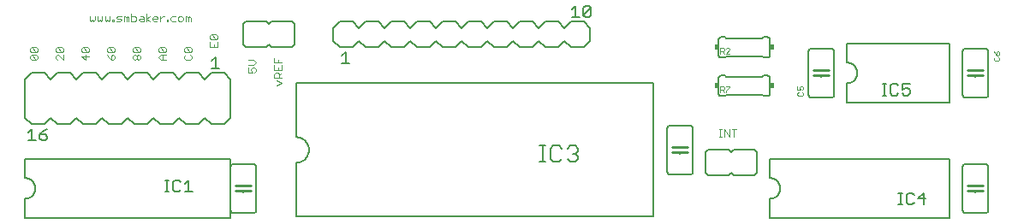
<source format=gto>
G75*
%MOIN*%
%OFA0B0*%
%FSLAX24Y24*%
%IPPOS*%
%LPD*%
%AMOC8*
5,1,8,0,0,1.08239X$1,22.5*
%
%ADD10C,0.0030*%
%ADD11C,0.0060*%
%ADD12C,0.0050*%
%ADD13C,0.0100*%
%ADD14C,0.0070*%
%ADD15R,0.0150X0.0200*%
%ADD16C,0.0020*%
D10*
X027615Y006115D02*
X027712Y006115D01*
X027663Y006115D02*
X027663Y006405D01*
X027615Y006405D02*
X027712Y006405D01*
X027811Y006405D02*
X028005Y006115D01*
X028005Y006405D01*
X028106Y006405D02*
X028300Y006405D01*
X028203Y006405D02*
X028203Y006115D01*
X027811Y006115D02*
X027811Y006405D01*
X010585Y008212D02*
X010392Y008308D01*
X010488Y008410D02*
X010488Y008555D01*
X010440Y008603D01*
X010343Y008603D01*
X010295Y008555D01*
X010295Y008410D01*
X010585Y008410D01*
X010488Y008506D02*
X010585Y008603D01*
X010585Y008704D02*
X010295Y008704D01*
X010295Y008898D01*
X010295Y008999D02*
X010295Y009192D01*
X010440Y009096D02*
X010440Y008999D01*
X010585Y008999D02*
X010295Y008999D01*
X010585Y008898D02*
X010585Y008704D01*
X010440Y008704D02*
X010440Y008801D01*
X009585Y008760D02*
X009585Y008663D01*
X009537Y008615D01*
X009440Y008615D02*
X009392Y008712D01*
X009392Y008760D01*
X009440Y008808D01*
X009537Y008808D01*
X009585Y008760D01*
X009488Y008910D02*
X009295Y008910D01*
X009295Y008808D02*
X009295Y008615D01*
X009440Y008615D01*
X009488Y008910D02*
X009585Y009006D01*
X009488Y009103D01*
X009295Y009103D01*
X008085Y009615D02*
X008085Y009808D01*
X008037Y009910D02*
X007843Y010103D01*
X008037Y010103D01*
X008085Y010055D01*
X008085Y009958D01*
X008037Y009910D01*
X007843Y009910D01*
X007795Y009958D01*
X007795Y010055D01*
X007843Y010103D01*
X007795Y009808D02*
X007795Y009615D01*
X008085Y009615D01*
X007940Y009615D02*
X007940Y009712D01*
X007085Y009555D02*
X007085Y009458D01*
X007037Y009410D01*
X006843Y009603D01*
X007037Y009603D01*
X007085Y009555D01*
X007037Y009410D02*
X006843Y009410D01*
X006795Y009458D01*
X006795Y009555D01*
X006843Y009603D01*
X006085Y009555D02*
X006085Y009458D01*
X006037Y009410D01*
X005843Y009603D01*
X006037Y009603D01*
X006085Y009555D01*
X006037Y009410D02*
X005843Y009410D01*
X005795Y009458D01*
X005795Y009555D01*
X005843Y009603D01*
X005085Y009555D02*
X005085Y009458D01*
X005037Y009410D01*
X004843Y009603D01*
X005037Y009603D01*
X005085Y009555D01*
X005037Y009410D02*
X004843Y009410D01*
X004795Y009458D01*
X004795Y009555D01*
X004843Y009603D01*
X004085Y009555D02*
X004085Y009458D01*
X004037Y009410D01*
X003843Y009603D01*
X004037Y009603D01*
X004085Y009555D01*
X004037Y009410D02*
X003843Y009410D01*
X003795Y009458D01*
X003795Y009555D01*
X003843Y009603D01*
X003085Y009555D02*
X003085Y009458D01*
X003037Y009410D01*
X002843Y009603D01*
X003037Y009603D01*
X003085Y009555D01*
X003037Y009410D02*
X002843Y009410D01*
X002795Y009458D01*
X002795Y009555D01*
X002843Y009603D01*
X002085Y009555D02*
X002085Y009458D01*
X002037Y009410D01*
X001843Y009603D01*
X002037Y009603D01*
X002085Y009555D01*
X002037Y009410D02*
X001843Y009410D01*
X001795Y009458D01*
X001795Y009555D01*
X001843Y009603D01*
X001085Y009555D02*
X001085Y009458D01*
X001037Y009410D01*
X000843Y009603D01*
X001037Y009603D01*
X001085Y009555D01*
X001037Y009410D02*
X000843Y009410D01*
X000795Y009458D01*
X000795Y009555D01*
X000843Y009603D01*
X000843Y009308D02*
X000795Y009260D01*
X000795Y009163D01*
X000843Y009115D01*
X001037Y009115D01*
X000843Y009308D01*
X001037Y009308D01*
X001085Y009260D01*
X001085Y009163D01*
X001037Y009115D01*
X001795Y009163D02*
X001843Y009115D01*
X001795Y009163D02*
X001795Y009260D01*
X001843Y009308D01*
X001892Y009308D01*
X002085Y009115D01*
X002085Y009308D01*
X002795Y009260D02*
X002940Y009115D01*
X002940Y009308D01*
X003085Y009260D02*
X002795Y009260D01*
X003795Y009308D02*
X003843Y009212D01*
X003940Y009115D01*
X003940Y009260D01*
X003988Y009308D01*
X004037Y009308D01*
X004085Y009260D01*
X004085Y009163D01*
X004037Y009115D01*
X003940Y009115D01*
X004795Y009163D02*
X004795Y009260D01*
X004843Y009308D01*
X004892Y009308D01*
X004940Y009260D01*
X004940Y009163D01*
X004892Y009115D01*
X004843Y009115D01*
X004795Y009163D01*
X004940Y009163D02*
X004988Y009115D01*
X005037Y009115D01*
X005085Y009163D01*
X005085Y009260D01*
X005037Y009308D01*
X004988Y009308D01*
X004940Y009260D01*
X005795Y009212D02*
X005892Y009308D01*
X006085Y009308D01*
X005940Y009308D02*
X005940Y009115D01*
X005892Y009115D02*
X005795Y009212D01*
X005892Y009115D02*
X006085Y009115D01*
X006795Y009163D02*
X006843Y009115D01*
X007037Y009115D01*
X007085Y009163D01*
X007085Y009260D01*
X007037Y009308D01*
X006843Y009308D02*
X006795Y009260D01*
X006795Y009163D01*
X010392Y008115D02*
X010585Y008212D01*
X007041Y010615D02*
X007041Y010760D01*
X006992Y010808D01*
X006944Y010760D01*
X006944Y010615D01*
X006847Y010615D02*
X006847Y010808D01*
X006896Y010808D01*
X006944Y010760D01*
X006746Y010760D02*
X006746Y010663D01*
X006698Y010615D01*
X006601Y010615D01*
X006553Y010663D01*
X006553Y010760D01*
X006601Y010808D01*
X006698Y010808D01*
X006746Y010760D01*
X006451Y010808D02*
X006306Y010808D01*
X006258Y010760D01*
X006258Y010663D01*
X006306Y010615D01*
X006451Y010615D01*
X006159Y010615D02*
X006111Y010615D01*
X006111Y010663D01*
X006159Y010663D01*
X006159Y010615D01*
X006010Y010808D02*
X005962Y010808D01*
X005865Y010712D01*
X005865Y010808D02*
X005865Y010615D01*
X005764Y010712D02*
X005570Y010712D01*
X005570Y010760D02*
X005619Y010808D01*
X005716Y010808D01*
X005764Y010760D01*
X005764Y010712D01*
X005716Y010615D02*
X005619Y010615D01*
X005570Y010663D01*
X005570Y010760D01*
X005470Y010808D02*
X005325Y010712D01*
X005470Y010615D01*
X005325Y010615D02*
X005325Y010905D01*
X005224Y010760D02*
X005224Y010615D01*
X005079Y010615D01*
X005030Y010663D01*
X005079Y010712D01*
X005224Y010712D01*
X005224Y010760D02*
X005175Y010808D01*
X005079Y010808D01*
X004929Y010760D02*
X004881Y010808D01*
X004736Y010808D01*
X004736Y010905D02*
X004736Y010615D01*
X004881Y010615D01*
X004929Y010663D01*
X004929Y010760D01*
X004634Y010760D02*
X004634Y010615D01*
X004538Y010615D02*
X004538Y010760D01*
X004586Y010808D01*
X004634Y010760D01*
X004538Y010760D02*
X004489Y010808D01*
X004441Y010808D01*
X004441Y010615D01*
X004340Y010663D02*
X004291Y010712D01*
X004195Y010712D01*
X004146Y010760D01*
X004195Y010808D01*
X004340Y010808D01*
X004340Y010663D02*
X004291Y010615D01*
X004146Y010615D01*
X004047Y010615D02*
X003999Y010615D01*
X003999Y010663D01*
X004047Y010663D01*
X004047Y010615D01*
X003898Y010663D02*
X003898Y010808D01*
X003898Y010663D02*
X003849Y010615D01*
X003801Y010663D01*
X003753Y010615D01*
X003704Y010663D01*
X003704Y010808D01*
X003603Y010808D02*
X003603Y010663D01*
X003555Y010615D01*
X003506Y010663D01*
X003458Y010615D01*
X003410Y010663D01*
X003410Y010808D01*
X003308Y010808D02*
X003308Y010663D01*
X003260Y010615D01*
X003212Y010663D01*
X003163Y010615D01*
X003115Y010663D01*
X003115Y010808D01*
D11*
X000600Y003700D02*
X000600Y002950D01*
X008600Y002950D01*
X008600Y005250D01*
X000600Y005250D01*
X000600Y004500D01*
X000639Y004498D01*
X000678Y004492D01*
X000716Y004483D01*
X000753Y004470D01*
X000789Y004453D01*
X000822Y004433D01*
X000854Y004409D01*
X000883Y004383D01*
X000909Y004354D01*
X000933Y004322D01*
X000953Y004289D01*
X000970Y004253D01*
X000983Y004216D01*
X000992Y004178D01*
X000998Y004139D01*
X001000Y004100D01*
X000998Y004061D01*
X000992Y004022D01*
X000983Y003984D01*
X000970Y003947D01*
X000953Y003911D01*
X000933Y003878D01*
X000909Y003846D01*
X000883Y003817D01*
X000854Y003791D01*
X000822Y003767D01*
X000789Y003747D01*
X000753Y003730D01*
X000716Y003717D01*
X000678Y003708D01*
X000639Y003702D01*
X000600Y003700D01*
X008600Y003250D02*
X008600Y004950D01*
X008602Y004967D01*
X008606Y004984D01*
X008613Y005000D01*
X008623Y005014D01*
X008636Y005027D01*
X008650Y005037D01*
X008666Y005044D01*
X008683Y005048D01*
X008700Y005050D01*
X009500Y005050D01*
X009517Y005048D01*
X009534Y005044D01*
X009550Y005037D01*
X009564Y005027D01*
X009577Y005014D01*
X009587Y005000D01*
X009594Y004984D01*
X009598Y004967D01*
X009600Y004950D01*
X009600Y003250D01*
X009598Y003233D01*
X009594Y003216D01*
X009587Y003200D01*
X009577Y003186D01*
X009564Y003173D01*
X009550Y003163D01*
X009534Y003156D01*
X009517Y003152D01*
X009500Y003150D01*
X008700Y003150D01*
X008683Y003152D01*
X008666Y003156D01*
X008650Y003163D01*
X008636Y003173D01*
X008623Y003186D01*
X008613Y003200D01*
X008606Y003216D01*
X008602Y003233D01*
X008600Y003250D01*
X009100Y003950D02*
X009100Y004000D01*
X009100Y004200D02*
X009100Y004250D01*
X011150Y005100D02*
X011150Y003000D01*
X025050Y003000D01*
X025050Y008200D01*
X011150Y008200D01*
X011150Y006100D01*
X011194Y006098D01*
X011237Y006092D01*
X011279Y006083D01*
X011321Y006070D01*
X011361Y006053D01*
X011400Y006033D01*
X011437Y006010D01*
X011471Y005983D01*
X011504Y005954D01*
X011533Y005921D01*
X011560Y005887D01*
X011583Y005850D01*
X011603Y005811D01*
X011620Y005771D01*
X011633Y005729D01*
X011642Y005687D01*
X011648Y005644D01*
X011650Y005600D01*
X011648Y005556D01*
X011642Y005513D01*
X011633Y005471D01*
X011620Y005429D01*
X011603Y005389D01*
X011583Y005350D01*
X011560Y005313D01*
X011533Y005279D01*
X011504Y005246D01*
X011471Y005217D01*
X011437Y005190D01*
X011400Y005167D01*
X011361Y005147D01*
X011321Y005130D01*
X011279Y005117D01*
X011237Y005108D01*
X011194Y005102D01*
X011150Y005100D01*
X008600Y006850D02*
X008350Y006600D01*
X007850Y006600D01*
X007600Y006850D01*
X007350Y006600D01*
X006850Y006600D01*
X006600Y006850D01*
X006350Y006600D01*
X005850Y006600D01*
X005600Y006850D01*
X005350Y006600D01*
X004850Y006600D01*
X004600Y006850D01*
X004350Y006600D01*
X003850Y006600D01*
X003600Y006850D01*
X003350Y006600D01*
X002850Y006600D01*
X002600Y006850D01*
X002350Y006600D01*
X001850Y006600D01*
X001600Y006850D01*
X001350Y006600D01*
X000850Y006600D01*
X000600Y006850D01*
X000600Y008350D01*
X000850Y008600D01*
X001350Y008600D01*
X001600Y008350D01*
X001850Y008600D01*
X002350Y008600D01*
X002600Y008350D01*
X002850Y008600D01*
X003350Y008600D01*
X003600Y008350D01*
X003850Y008600D01*
X004350Y008600D01*
X004600Y008350D01*
X004850Y008600D01*
X005350Y008600D01*
X005600Y008350D01*
X005850Y008600D01*
X006350Y008600D01*
X006600Y008350D01*
X006850Y008600D01*
X007350Y008600D01*
X007600Y008350D01*
X007850Y008600D01*
X008350Y008600D01*
X008600Y008350D01*
X008600Y006850D01*
X009200Y009600D02*
X009100Y009700D01*
X009100Y010500D01*
X009200Y010600D01*
X010000Y010600D01*
X010100Y010500D01*
X010200Y010600D01*
X011000Y010600D01*
X011100Y010500D01*
X011100Y009700D01*
X011000Y009600D01*
X010200Y009600D01*
X010100Y009700D01*
X010000Y009600D01*
X009200Y009600D01*
X012600Y009850D02*
X012850Y009600D01*
X013350Y009600D01*
X013600Y009850D01*
X013850Y009600D01*
X014350Y009600D01*
X014600Y009850D01*
X014850Y009600D01*
X015350Y009600D01*
X015600Y009850D01*
X015850Y009600D01*
X016350Y009600D01*
X016600Y009850D01*
X016850Y009600D01*
X017350Y009600D01*
X017600Y009850D01*
X017850Y009600D01*
X018350Y009600D01*
X018600Y009850D01*
X018850Y009600D01*
X019350Y009600D01*
X019600Y009850D01*
X019850Y009600D01*
X020350Y009600D01*
X020600Y009850D01*
X020850Y009600D01*
X021350Y009600D01*
X021600Y009850D01*
X021850Y009600D01*
X022350Y009600D01*
X022600Y009850D01*
X022600Y010350D01*
X022350Y010600D01*
X021850Y010600D01*
X021600Y010350D01*
X021350Y010600D01*
X020850Y010600D01*
X020600Y010350D01*
X020350Y010600D01*
X019850Y010600D01*
X019600Y010350D01*
X019350Y010600D01*
X018850Y010600D01*
X018600Y010350D01*
X018350Y010600D01*
X017850Y010600D01*
X017600Y010350D01*
X017350Y010600D01*
X016850Y010600D01*
X016600Y010350D01*
X016350Y010600D01*
X015850Y010600D01*
X015600Y010350D01*
X015350Y010600D01*
X014850Y010600D01*
X014600Y010350D01*
X014350Y010600D01*
X013850Y010600D01*
X013600Y010350D01*
X013350Y010600D01*
X012850Y010600D01*
X012600Y010350D01*
X012600Y009850D01*
X025600Y006450D02*
X025600Y004750D01*
X025602Y004733D01*
X025606Y004716D01*
X025613Y004700D01*
X025623Y004686D01*
X025636Y004673D01*
X025650Y004663D01*
X025666Y004656D01*
X025683Y004652D01*
X025700Y004650D01*
X026500Y004650D01*
X026517Y004652D01*
X026534Y004656D01*
X026550Y004663D01*
X026564Y004673D01*
X026577Y004686D01*
X026587Y004700D01*
X026594Y004716D01*
X026598Y004733D01*
X026600Y004750D01*
X026600Y006450D01*
X026598Y006467D01*
X026594Y006484D01*
X026587Y006500D01*
X026577Y006514D01*
X026564Y006527D01*
X026550Y006537D01*
X026534Y006544D01*
X026517Y006548D01*
X026500Y006550D01*
X025700Y006550D01*
X025683Y006548D01*
X025666Y006544D01*
X025650Y006537D01*
X025636Y006527D01*
X025623Y006514D01*
X025613Y006500D01*
X025606Y006484D01*
X025602Y006467D01*
X025600Y006450D01*
X026100Y005750D02*
X026100Y005700D01*
X026100Y005500D02*
X026100Y005450D01*
X027100Y005500D02*
X027100Y004700D01*
X027200Y004600D01*
X028000Y004600D01*
X028100Y004700D01*
X028200Y004600D01*
X029000Y004600D01*
X029100Y004700D01*
X029100Y005500D01*
X029000Y005600D01*
X028200Y005600D01*
X028100Y005500D01*
X028000Y005600D01*
X027200Y005600D01*
X027100Y005500D01*
X029600Y005250D02*
X029600Y004500D01*
X029639Y004498D01*
X029678Y004492D01*
X029716Y004483D01*
X029753Y004470D01*
X029789Y004453D01*
X029822Y004433D01*
X029854Y004409D01*
X029883Y004383D01*
X029909Y004354D01*
X029933Y004322D01*
X029953Y004289D01*
X029970Y004253D01*
X029983Y004216D01*
X029992Y004178D01*
X029998Y004139D01*
X030000Y004100D01*
X029998Y004061D01*
X029992Y004022D01*
X029983Y003984D01*
X029970Y003947D01*
X029953Y003911D01*
X029933Y003878D01*
X029909Y003846D01*
X029883Y003817D01*
X029854Y003791D01*
X029822Y003767D01*
X029789Y003747D01*
X029753Y003730D01*
X029716Y003717D01*
X029678Y003708D01*
X029639Y003702D01*
X029600Y003700D01*
X029600Y002950D01*
X036600Y002950D01*
X036600Y005250D01*
X029600Y005250D01*
X032600Y007450D02*
X032600Y008200D01*
X032639Y008202D01*
X032678Y008208D01*
X032716Y008217D01*
X032753Y008230D01*
X032789Y008247D01*
X032822Y008267D01*
X032854Y008291D01*
X032883Y008317D01*
X032909Y008346D01*
X032933Y008378D01*
X032953Y008411D01*
X032970Y008447D01*
X032983Y008484D01*
X032992Y008522D01*
X032998Y008561D01*
X033000Y008600D01*
X032998Y008639D01*
X032992Y008678D01*
X032983Y008716D01*
X032970Y008753D01*
X032953Y008789D01*
X032933Y008822D01*
X032909Y008854D01*
X032883Y008883D01*
X032854Y008909D01*
X032822Y008933D01*
X032789Y008953D01*
X032753Y008970D01*
X032716Y008983D01*
X032678Y008992D01*
X032639Y008998D01*
X032600Y009000D01*
X032600Y009750D01*
X036600Y009750D01*
X036600Y007450D01*
X032600Y007450D01*
X032000Y007650D02*
X031200Y007650D01*
X031183Y007652D01*
X031166Y007656D01*
X031150Y007663D01*
X031136Y007673D01*
X031123Y007686D01*
X031113Y007700D01*
X031106Y007716D01*
X031102Y007733D01*
X031100Y007750D01*
X031100Y009450D01*
X031102Y009467D01*
X031106Y009484D01*
X031113Y009500D01*
X031123Y009514D01*
X031136Y009527D01*
X031150Y009537D01*
X031166Y009544D01*
X031183Y009548D01*
X031200Y009550D01*
X032000Y009550D01*
X032017Y009548D01*
X032034Y009544D01*
X032050Y009537D01*
X032064Y009527D01*
X032077Y009514D01*
X032087Y009500D01*
X032094Y009484D01*
X032098Y009467D01*
X032100Y009450D01*
X032100Y007750D01*
X032098Y007733D01*
X032094Y007716D01*
X032087Y007700D01*
X032077Y007686D01*
X032064Y007673D01*
X032050Y007663D01*
X032034Y007656D01*
X032017Y007652D01*
X032000Y007650D01*
X029600Y007800D02*
X029600Y008400D01*
X029598Y008417D01*
X029594Y008434D01*
X029587Y008450D01*
X029577Y008464D01*
X029564Y008477D01*
X029550Y008487D01*
X029534Y008494D01*
X029517Y008498D01*
X029500Y008500D01*
X029350Y008500D01*
X029300Y008450D01*
X027900Y008450D01*
X027850Y008500D01*
X027700Y008500D01*
X027683Y008498D01*
X027666Y008494D01*
X027650Y008487D01*
X027636Y008477D01*
X027623Y008464D01*
X027613Y008450D01*
X027606Y008434D01*
X027602Y008417D01*
X027600Y008400D01*
X027600Y007800D01*
X027602Y007783D01*
X027606Y007766D01*
X027613Y007750D01*
X027623Y007736D01*
X027636Y007723D01*
X027650Y007713D01*
X027666Y007706D01*
X027683Y007702D01*
X027700Y007700D01*
X027850Y007700D01*
X027900Y007750D01*
X029300Y007750D01*
X029350Y007700D01*
X029500Y007700D01*
X029517Y007702D01*
X029534Y007706D01*
X029550Y007713D01*
X029564Y007723D01*
X029577Y007736D01*
X029587Y007750D01*
X029594Y007766D01*
X029598Y007783D01*
X029600Y007800D01*
X031600Y008450D02*
X031600Y008500D01*
X031600Y008700D02*
X031600Y008750D01*
X029600Y009300D02*
X029600Y009900D01*
X029598Y009917D01*
X029594Y009934D01*
X029587Y009950D01*
X029577Y009964D01*
X029564Y009977D01*
X029550Y009987D01*
X029534Y009994D01*
X029517Y009998D01*
X029500Y010000D01*
X029350Y010000D01*
X029300Y009950D01*
X027900Y009950D01*
X027850Y010000D01*
X027700Y010000D01*
X027683Y009998D01*
X027666Y009994D01*
X027650Y009987D01*
X027636Y009977D01*
X027623Y009964D01*
X027613Y009950D01*
X027606Y009934D01*
X027602Y009917D01*
X027600Y009900D01*
X027600Y009300D01*
X027602Y009283D01*
X027606Y009266D01*
X027613Y009250D01*
X027623Y009236D01*
X027636Y009223D01*
X027650Y009213D01*
X027666Y009206D01*
X027683Y009202D01*
X027700Y009200D01*
X027850Y009200D01*
X027900Y009250D01*
X029300Y009250D01*
X029350Y009200D01*
X029500Y009200D01*
X029517Y009202D01*
X029534Y009206D01*
X029550Y009213D01*
X029564Y009223D01*
X029577Y009236D01*
X029587Y009250D01*
X029594Y009266D01*
X029598Y009283D01*
X029600Y009300D01*
X037100Y009450D02*
X037100Y007750D01*
X037102Y007733D01*
X037106Y007716D01*
X037113Y007700D01*
X037123Y007686D01*
X037136Y007673D01*
X037150Y007663D01*
X037166Y007656D01*
X037183Y007652D01*
X037200Y007650D01*
X038000Y007650D01*
X038017Y007652D01*
X038034Y007656D01*
X038050Y007663D01*
X038064Y007673D01*
X038077Y007686D01*
X038087Y007700D01*
X038094Y007716D01*
X038098Y007733D01*
X038100Y007750D01*
X038100Y009450D01*
X038098Y009467D01*
X038094Y009484D01*
X038087Y009500D01*
X038077Y009514D01*
X038064Y009527D01*
X038050Y009537D01*
X038034Y009544D01*
X038017Y009548D01*
X038000Y009550D01*
X037200Y009550D01*
X037183Y009548D01*
X037166Y009544D01*
X037150Y009537D01*
X037136Y009527D01*
X037123Y009514D01*
X037113Y009500D01*
X037106Y009484D01*
X037102Y009467D01*
X037100Y009450D01*
X037600Y008750D02*
X037600Y008700D01*
X037600Y008500D02*
X037600Y008450D01*
X038000Y005050D02*
X037200Y005050D01*
X037183Y005048D01*
X037166Y005044D01*
X037150Y005037D01*
X037136Y005027D01*
X037123Y005014D01*
X037113Y005000D01*
X037106Y004984D01*
X037102Y004967D01*
X037100Y004950D01*
X037100Y003250D01*
X037102Y003233D01*
X037106Y003216D01*
X037113Y003200D01*
X037123Y003186D01*
X037136Y003173D01*
X037150Y003163D01*
X037166Y003156D01*
X037183Y003152D01*
X037200Y003150D01*
X038000Y003150D01*
X038017Y003152D01*
X038034Y003156D01*
X038050Y003163D01*
X038064Y003173D01*
X038077Y003186D01*
X038087Y003200D01*
X038094Y003216D01*
X038098Y003233D01*
X038100Y003250D01*
X038100Y004950D01*
X038098Y004967D01*
X038094Y004984D01*
X038087Y005000D01*
X038077Y005014D01*
X038064Y005027D01*
X038050Y005037D01*
X038034Y005044D01*
X038017Y005048D01*
X038000Y005050D01*
X037600Y004250D02*
X037600Y004200D01*
X037600Y004000D02*
X037600Y003950D01*
D12*
X035665Y003700D02*
X035365Y003700D01*
X035590Y003925D01*
X035590Y003475D01*
X035204Y003550D02*
X035129Y003475D01*
X034979Y003475D01*
X034904Y003550D01*
X034904Y003850D01*
X034979Y003925D01*
X035129Y003925D01*
X035204Y003850D01*
X034747Y003925D02*
X034597Y003925D01*
X034672Y003925D02*
X034672Y003475D01*
X034597Y003475D02*
X034747Y003475D01*
X034817Y007725D02*
X034742Y007800D01*
X034817Y007725D02*
X034968Y007725D01*
X035043Y007800D01*
X035043Y007950D01*
X034968Y008025D01*
X034892Y008025D01*
X034742Y007950D01*
X034742Y008175D01*
X035043Y008175D01*
X034582Y008100D02*
X034507Y008175D01*
X034357Y008175D01*
X034282Y008100D01*
X034282Y007800D01*
X034357Y007725D01*
X034507Y007725D01*
X034582Y007800D01*
X034125Y007725D02*
X033975Y007725D01*
X034050Y007725D02*
X034050Y008175D01*
X033975Y008175D02*
X034125Y008175D01*
X022636Y010850D02*
X022561Y010775D01*
X022410Y010775D01*
X022335Y010850D01*
X022636Y011150D01*
X022636Y010850D01*
X022335Y010850D02*
X022335Y011150D01*
X022410Y011225D01*
X022561Y011225D01*
X022636Y011150D01*
X022025Y011225D02*
X022025Y010775D01*
X021875Y010775D02*
X022175Y010775D01*
X021875Y011075D02*
X022025Y011225D01*
X013225Y008975D02*
X012925Y008975D01*
X013075Y008975D02*
X013075Y009425D01*
X012925Y009275D01*
X008165Y008775D02*
X007865Y008775D01*
X008015Y008775D02*
X008015Y009225D01*
X007865Y009075D01*
X001465Y006425D02*
X001315Y006350D01*
X001165Y006200D01*
X001390Y006200D01*
X001465Y006125D01*
X001465Y006050D01*
X001390Y005975D01*
X001240Y005975D01*
X001165Y006050D01*
X001165Y006200D01*
X000854Y006425D02*
X000704Y006275D01*
X000854Y006425D02*
X000854Y005975D01*
X000704Y005975D02*
X001004Y005975D01*
X006047Y004425D02*
X006197Y004425D01*
X006122Y004425D02*
X006122Y003975D01*
X006047Y003975D02*
X006197Y003975D01*
X006354Y004050D02*
X006429Y003975D01*
X006579Y003975D01*
X006654Y004050D01*
X006815Y003975D02*
X007115Y003975D01*
X006965Y003975D02*
X006965Y004425D01*
X006815Y004275D01*
X006654Y004350D02*
X006579Y004425D01*
X006429Y004425D01*
X006354Y004350D01*
X006354Y004050D01*
D13*
X008800Y004000D02*
X009100Y004000D01*
X009400Y004000D01*
X009400Y004200D02*
X009100Y004200D01*
X008800Y004200D01*
X025800Y005500D02*
X026100Y005500D01*
X026400Y005500D01*
X026400Y005700D02*
X026100Y005700D01*
X025800Y005700D01*
X031300Y008500D02*
X031600Y008500D01*
X031900Y008500D01*
X031900Y008700D02*
X031600Y008700D01*
X031300Y008700D01*
X037300Y008700D02*
X037600Y008700D01*
X037900Y008700D01*
X037900Y008500D02*
X037600Y008500D01*
X037300Y008500D01*
X037300Y004200D02*
X037600Y004200D01*
X037900Y004200D01*
X037900Y004000D02*
X037600Y004000D01*
X037300Y004000D01*
D14*
X022130Y005240D02*
X022025Y005135D01*
X021814Y005135D01*
X021709Y005240D01*
X021485Y005240D02*
X021380Y005135D01*
X021170Y005135D01*
X021065Y005240D01*
X021065Y005660D01*
X021170Y005766D01*
X021380Y005766D01*
X021485Y005660D01*
X021709Y005660D02*
X021814Y005766D01*
X022025Y005766D01*
X022130Y005660D01*
X022130Y005555D01*
X022025Y005450D01*
X022130Y005345D01*
X022130Y005240D01*
X022025Y005450D02*
X021919Y005450D01*
X020845Y005135D02*
X020635Y005135D01*
X020740Y005135D02*
X020740Y005766D01*
X020635Y005766D02*
X020845Y005766D01*
D15*
X027525Y008100D03*
X029675Y008100D03*
X029675Y009600D03*
X027525Y009600D03*
D16*
X027668Y009580D02*
X027778Y009580D01*
X027815Y009543D01*
X027815Y009470D01*
X027778Y009433D01*
X027668Y009433D01*
X027668Y009360D02*
X027668Y009580D01*
X027889Y009543D02*
X027926Y009580D01*
X027999Y009580D01*
X028036Y009543D01*
X028036Y009507D01*
X027889Y009360D01*
X028036Y009360D01*
X027815Y009360D02*
X027741Y009433D01*
X027778Y008080D02*
X027815Y008043D01*
X027815Y007970D01*
X027778Y007933D01*
X027668Y007933D01*
X027668Y007860D02*
X027668Y008080D01*
X027778Y008080D01*
X027889Y008080D02*
X028036Y008080D01*
X028036Y008043D01*
X027889Y007897D01*
X027889Y007860D01*
X027815Y007860D02*
X027741Y007933D01*
X030670Y007931D02*
X030780Y007931D01*
X030743Y008004D01*
X030743Y008041D01*
X030780Y008078D01*
X030853Y008078D01*
X030890Y008041D01*
X030890Y007968D01*
X030853Y007931D01*
X030853Y007857D02*
X030890Y007820D01*
X030890Y007747D01*
X030853Y007710D01*
X030707Y007710D01*
X030670Y007747D01*
X030670Y007820D01*
X030707Y007857D01*
X030670Y007931D02*
X030670Y008078D01*
X038310Y009105D02*
X038347Y009068D01*
X038493Y009068D01*
X038530Y009105D01*
X038530Y009178D01*
X038493Y009215D01*
X038493Y009289D02*
X038530Y009326D01*
X038530Y009399D01*
X038493Y009436D01*
X038457Y009436D01*
X038420Y009399D01*
X038420Y009289D01*
X038493Y009289D01*
X038420Y009289D02*
X038347Y009362D01*
X038310Y009436D01*
X038347Y009215D02*
X038310Y009178D01*
X038310Y009105D01*
M02*

</source>
